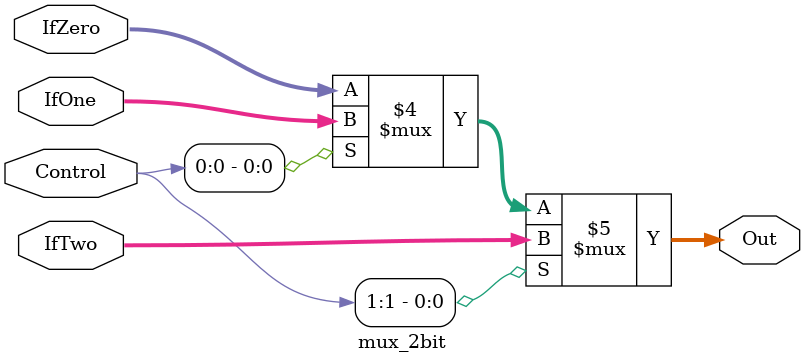
<source format=v>
/* 2Bit Mux Module
This is a universal mux (any number of bits). If test is zero Ifzero is returned. If test is one ifOne is returned. Output is Out. This verison has a 2bit Control.
*/
module mux_2bit (
	input wire [1:0] Control,
	input wire [BITS:0] IfZero,
	input wire [BITS:0] IfOne,
	input wire [BITS:0] IfTwo,
	output reg [BITS:0] Out
);

parameter BITS = 31;

always @ (*) begin
	Out = (Control[1] == 1 ? IfTwo : (Control[0] == 1 ? IfOne : IfZero)); // Terinary operator to determine Output of mux.
end

endmodule

</source>
